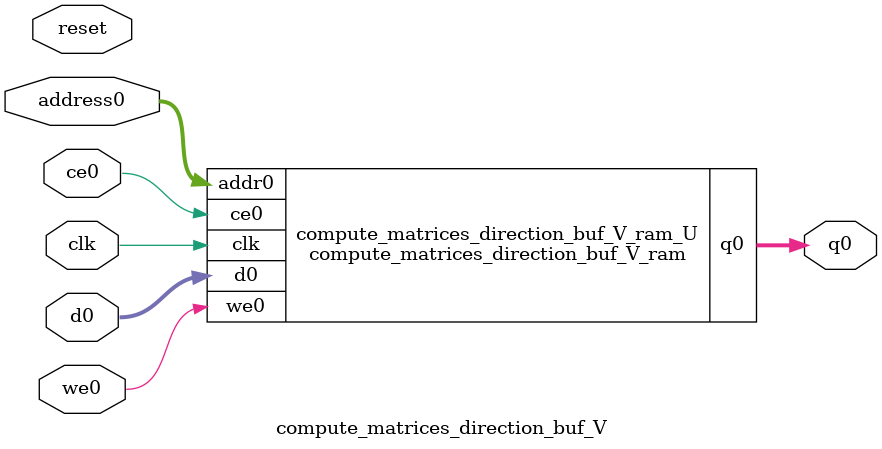
<source format=v>
`timescale 1 ns / 1 ps
module compute_matrices_direction_buf_V_ram (addr0, ce0, d0, we0, q0,  clk);

parameter DWIDTH = 96;
parameter AWIDTH = 17;
parameter MEM_SIZE = 65598;

input[AWIDTH-1:0] addr0;
input ce0;
input[DWIDTH-1:0] d0;
input we0;
output reg[DWIDTH-1:0] q0;
input clk;

reg [DWIDTH-1:0] ram[0:MEM_SIZE-1];




always @(posedge clk)  
begin 
    if (ce0) begin
        if (we0) 
            ram[addr0] <= d0; 
        q0 <= ram[addr0];
    end
end


endmodule

`timescale 1 ns / 1 ps
module compute_matrices_direction_buf_V(
    reset,
    clk,
    address0,
    ce0,
    we0,
    d0,
    q0);

parameter DataWidth = 32'd96;
parameter AddressRange = 32'd65598;
parameter AddressWidth = 32'd17;
input reset;
input clk;
input[AddressWidth - 1:0] address0;
input ce0;
input we0;
input[DataWidth - 1:0] d0;
output[DataWidth - 1:0] q0;



compute_matrices_direction_buf_V_ram compute_matrices_direction_buf_V_ram_U(
    .clk( clk ),
    .addr0( address0 ),
    .ce0( ce0 ),
    .we0( we0 ),
    .d0( d0 ),
    .q0( q0 ));

endmodule


</source>
